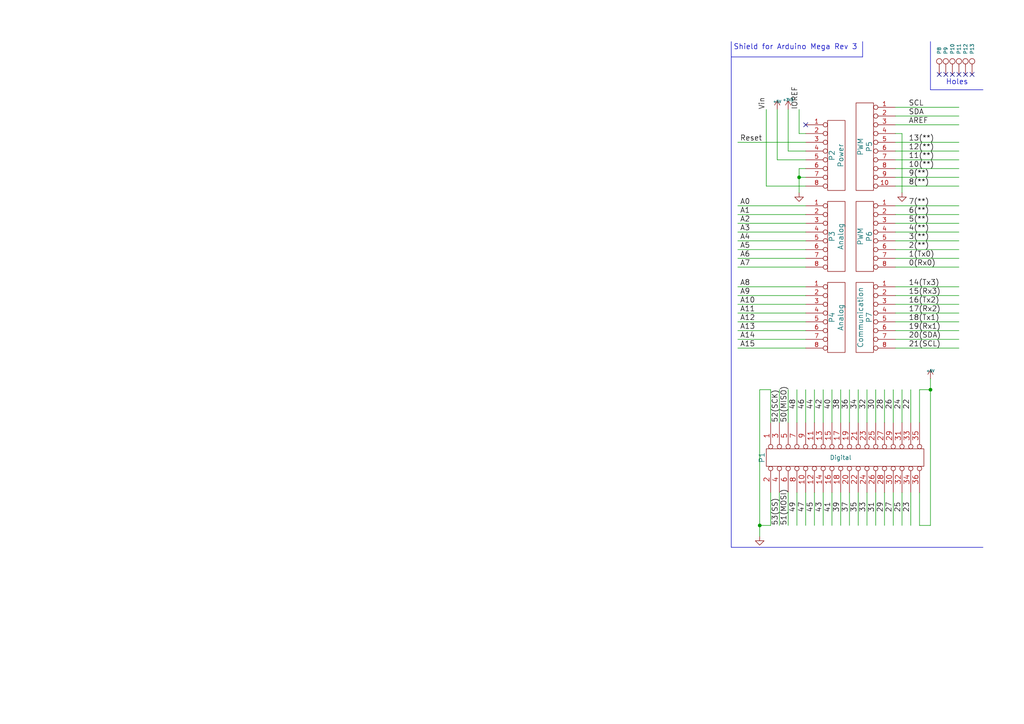
<source format=kicad_sch>
(kicad_sch (version 20230121) (generator eeschema)
  (paper "A4")
  (title_block (date "mar. 31 mars 2015"))
  (lib_symbols
    (symbol "Arduino_Mega-rescue:+3.3V" (power) (pin_names (offset 0))
      (property "Value" "+3.3V" (at 0 3.556 0))
      (symbol "+3.3V_0_1"
        (polyline (pts (xy -0.762 1.27) (xy 0 2.54)))
        (polyline (pts (xy 0 0) (xy 0 2.54)))
        (polyline (pts (xy 0 2.54) (xy 0.762 1.27)))
      )
      (symbol "+3.3V_1_1"
        (pin power_in line (at 0 0 90) (length 0) hide (name "+3V3") (number "1"))
      )
    )
    (symbol "Arduino_Mega-rescue:+5V" (power) (pin_names (offset 0))
      (property "Value" "+5V" (at 0 3.556 0))
      (symbol "+5V_0_1"
        (polyline (pts (xy -0.762 1.27) (xy 0 2.54)))
        (polyline (pts (xy 0 0) (xy 0 2.54)))
        (polyline (pts (xy 0 2.54) (xy 0.762 1.27)))
      )
      (symbol "+5V_1_1"
        (pin power_in line (at 0 0 90) (length 0) hide (name "+5V") (number "1"))
      )
    )
    (symbol "Arduino_Mega-rescue:CONN_1" (pin_numbers hide) (pin_names (offset 0.762) hide)
      (property "Reference" "P" (at 2.032 0 0))
      (symbol "CONN_1_0_1"
        (polyline (pts (xy -0.762 0) (xy -1.27 0)))
        (circle (center 0 0) (radius 0.7874))
      )
      (symbol "CONN_1_1_1"
        (pin passive line (at -3.81 0 0) (length 2.54) (name "1") (number "1"))
      )
    )
    (symbol "Arduino_Mega-rescue:CONN_10" (pin_names (offset 1.016) hide)
      (property "Reference" "P" (at -1.27 0 90))
      (property "Value" "CONN_10" (at 1.27 0 90))
      (symbol "CONN_10_0_1"
        (rectangle (start -2.54 12.7) (end 2.54 -12.7))
      )
      (symbol "CONN_10_1_1"
        (pin passive inverted (at -8.89 11.43 0) (length 6.35) (name "P1") (number "1"))
        (pin passive inverted (at -8.89 -11.43 0) (length 6.35) (name "P10") (number "10"))
        (pin passive inverted (at -8.89 8.89 0) (length 6.35) (name "P2") (number "2"))
        (pin passive inverted (at -8.89 6.35 0) (length 6.35) (name "P3") (number "3"))
        (pin passive inverted (at -8.89 3.81 0) (length 6.35) (name "P4") (number "4"))
        (pin passive inverted (at -8.89 1.27 0) (length 6.35) (name "P5") (number "5"))
        (pin passive inverted (at -8.89 -1.27 0) (length 6.35) (name "P6") (number "6"))
        (pin passive inverted (at -8.89 -3.81 0) (length 6.35) (name "P7") (number "7"))
        (pin passive inverted (at -8.89 -6.35 0) (length 6.35) (name "P8") (number "8"))
        (pin passive inverted (at -8.89 -8.89 0) (length 6.35) (name "P9") (number "9"))
      )
    )
    (symbol "Arduino_Mega-rescue:CONN_18X2" (pin_names (offset 0.254) hide)
      (property "Reference" "P" (at 0 22.86 0))
      (property "Value" "CONN_18X2" (at 0 0 90))
      (symbol "CONN_18X2_0_1"
        (rectangle (start -2.54 21.59) (end 2.54 -24.13))
      )
      (symbol "CONN_18X2_1_1"
        (pin passive inverted (at -10.16 20.32 0) (length 7.62) (name "P1") (number "1"))
        (pin passive inverted (at 10.16 10.16 180) (length 7.62) (name "P10") (number "10"))
        (pin passive inverted (at -10.16 7.62 0) (length 7.62) (name "P11") (number "11"))
        (pin passive inverted (at 10.16 7.62 180) (length 7.62) (name "P12") (number "12"))
        (pin passive inverted (at -10.16 5.08 0) (length 7.62) (name "P13") (number "13"))
        (pin passive inverted (at 10.16 5.08 180) (length 7.62) (name "P14") (number "14"))
        (pin passive inverted (at -10.16 2.54 0) (length 7.62) (name "P15") (number "15"))
        (pin passive inverted (at 10.16 2.54 180) (length 7.62) (name "P16") (number "16"))
        (pin passive inverted (at -10.16 0 0) (length 7.62) (name "P17") (number "17"))
        (pin passive inverted (at 10.16 0 180) (length 7.62) (name "P18") (number "18"))
        (pin passive inverted (at -10.16 -2.54 0) (length 7.62) (name "P19") (number "19"))
        (pin passive inverted (at 10.16 20.32 180) (length 7.62) (name "P2") (number "2"))
        (pin passive inverted (at 10.16 -2.54 180) (length 7.62) (name "P20") (number "20"))
        (pin passive inverted (at -10.16 -5.08 0) (length 7.62) (name "P21") (number "21"))
        (pin passive inverted (at 10.16 -5.08 180) (length 7.62) (name "P22") (number "22"))
        (pin passive inverted (at -10.16 -7.62 0) (length 7.62) (name "P23") (number "23"))
        (pin passive inverted (at 10.16 -7.62 180) (length 7.62) (name "P24") (number "24"))
        (pin passive inverted (at -10.16 -10.16 0) (length 7.62) (name "~") (number "25"))
        (pin passive inverted (at 10.16 -10.16 180) (length 7.62) (name "P26") (number "26"))
        (pin passive inverted (at -10.16 -12.7 0) (length 7.62) (name "P27") (number "27"))
        (pin passive inverted (at 10.16 -12.7 180) (length 7.62) (name "P28") (number "28"))
        (pin passive inverted (at -10.16 -15.24 0) (length 7.62) (name "P29") (number "29"))
        (pin passive inverted (at -10.16 17.78 0) (length 7.62) (name "P3") (number "3"))
        (pin passive inverted (at 10.16 -15.24 180) (length 7.62) (name "P30") (number "30"))
        (pin passive inverted (at -10.16 -17.78 0) (length 7.62) (name "P31") (number "31"))
        (pin passive inverted (at 10.16 -17.78 180) (length 7.62) (name "P32") (number "32"))
        (pin passive inverted (at -10.16 -20.32 0) (length 7.62) (name "P33") (number "33"))
        (pin passive inverted (at 10.16 -20.32 180) (length 7.62) (name "P34") (number "34"))
        (pin passive inverted (at -10.16 -22.86 0) (length 7.62) (name "P35") (number "35"))
        (pin passive inverted (at 10.16 -22.86 180) (length 7.62) (name "P36") (number "36"))
        (pin passive inverted (at 10.16 17.78 180) (length 7.62) (name "P4") (number "4"))
        (pin passive inverted (at -10.16 15.24 0) (length 7.62) (name "P5") (number "5"))
        (pin passive inverted (at 10.16 15.24 180) (length 7.62) (name "P6") (number "6"))
        (pin passive inverted (at -10.16 12.7 0) (length 7.62) (name "P7") (number "7"))
        (pin passive inverted (at 10.16 12.7 180) (length 7.62) (name "P8") (number "8"))
        (pin passive inverted (at -10.16 10.16 0) (length 7.62) (name "P9") (number "9"))
      )
    )
    (symbol "Arduino_Mega-rescue:CONN_8" (pin_names (offset 1.016) hide)
      (property "Reference" "P" (at -1.27 0 90))
      (property "Value" "CONN_8" (at 1.27 0 90))
      (symbol "CONN_8_0_1"
        (rectangle (start -2.54 10.16) (end 2.54 -10.16))
      )
      (symbol "CONN_8_1_1"
        (pin passive inverted (at -8.89 8.89 0) (length 6.35) (name "P1") (number "1"))
        (pin passive inverted (at -8.89 6.35 0) (length 6.35) (name "P2") (number "2"))
        (pin passive inverted (at -8.89 3.81 0) (length 6.35) (name "P3") (number "3"))
        (pin passive inverted (at -8.89 1.27 0) (length 6.35) (name "P4") (number "4"))
        (pin passive inverted (at -8.89 -1.27 0) (length 6.35) (name "P5") (number "5"))
        (pin passive inverted (at -8.89 -3.81 0) (length 6.35) (name "P6") (number "6"))
        (pin passive inverted (at -8.89 -6.35 0) (length 6.35) (name "P7") (number "7"))
        (pin passive inverted (at -8.89 -8.89 0) (length 6.35) (name "P8") (number "8"))
      )
    )
    (symbol "Arduino_Mega-rescue:GND" (power) (pin_names (offset 0))
      (property "Value" "GND" (at 0 -3.81 0))
      (symbol "GND_0_1"
        (polyline (pts (xy 0 0) (xy 0 -1.27) (xy 1.27 -1.27) (xy 0 -2.54) (xy -1.27 -1.27) (xy 0 -1.27)))
      )
      (symbol "GND_1_1"
        (pin power_in line (at 0 0 270) (length 0) hide (name "GND") (number "1"))
      )
    )
  )
  (junction (at 231.775 51.435))
  (junction (at 220.345 152.4))
  (junction (at 269.875 113.03))
  (no_connect (at 281.94 21.59))
  (no_connect (at 272.415 21.59))
  (no_connect (at 278.13 21.59))
  (no_connect (at 233.68 36.195))
  (no_connect (at 274.32 21.59))
  (no_connect (at 280.035 21.59))
  (no_connect (at 276.225 21.59))
  (wire (pts (xy 248.92 142.875) (xy 248.92 152.4)))
  (wire (pts (xy 259.715 62.23) (xy 278.13 62.23)))
  (wire (pts (xy 238.76 113.03) (xy 238.76 122.555)))
  (wire (pts (xy 259.715 98.425) (xy 278.13 98.425)))
  (wire (pts (xy 251.46 142.875) (xy 251.46 152.4)))
  (wire (pts (xy 231.775 55.88) (xy 231.775 51.435)))
  (wire (pts (xy 231.775 51.435) (xy 233.68 51.435)))
  (wire (pts (xy 259.715 100.965) (xy 278.13 100.965)))
  (wire (pts (xy 222.25 53.975) (xy 233.68 53.975)))
  (wire (pts (xy 233.68 77.47) (xy 213.995 77.47)))
  (wire (pts (xy 259.715 85.725) (xy 278.13 85.725)))
  (wire (pts (xy 266.7 122.555) (xy 266.7 113.03)))
  (wire (pts (xy 256.54 142.875) (xy 256.54 152.4)))
  (wire (pts (xy 259.715 93.345) (xy 278.13 93.345)))
  (wire (pts (xy 233.68 95.885) (xy 213.995 95.885)))
  (wire (pts (xy 259.715 88.265) (xy 278.13 88.265)))
  (wire (pts (xy 266.7 113.03) (xy 269.875 113.03)))
  (wire (pts (xy 243.84 113.03) (xy 243.84 122.555)))
  (wire (pts (xy 236.22 142.875) (xy 236.22 152.4)))
  (wire (pts (xy 259.715 90.805) (xy 278.13 90.805)))
  (wire (pts (xy 220.345 113.03) (xy 220.345 152.4)))
  (wire (pts (xy 261.62 55.88) (xy 261.62 38.735)))
  (wire (pts (xy 241.3 113.03) (xy 241.3 122.555)))
  (wire (pts (xy 269.875 113.03) (xy 269.875 109.855)))
  (wire (pts (xy 233.68 98.425) (xy 213.995 98.425)))
  (wire (pts (xy 259.08 113.03) (xy 259.08 122.555)))
  (wire (pts (xy 259.715 46.355) (xy 278.13 46.355)))
  (wire (pts (xy 233.68 72.39) (xy 213.995 72.39)))
  (polyline (pts (xy 250.19 16.51) (xy 250.19 12.065)))
  (wire (pts (xy 254 113.03) (xy 254 122.555)))
  (wire (pts (xy 261.62 142.875) (xy 261.62 152.4)))
  (wire (pts (xy 251.46 113.03) (xy 251.46 122.555)))
  (wire (pts (xy 256.54 113.03) (xy 256.54 122.555)))
  (wire (pts (xy 259.715 77.47) (xy 278.13 77.47)))
  (wire (pts (xy 233.68 83.185) (xy 213.995 83.185)))
  (wire (pts (xy 231.14 113.03) (xy 231.14 122.555)))
  (wire (pts (xy 231.775 38.735) (xy 231.775 31.75)))
  (wire (pts (xy 222.25 31.75) (xy 222.25 53.975)))
  (wire (pts (xy 231.775 51.435) (xy 231.775 48.895)))
  (wire (pts (xy 266.7 142.875) (xy 266.7 152.4)))
  (wire (pts (xy 228.6 142.875) (xy 228.6 152.4)))
  (wire (pts (xy 259.715 74.93) (xy 278.13 74.93)))
  (polyline (pts (xy 212.09 16.51) (xy 250.19 16.51)))
  (wire (pts (xy 220.345 152.4) (xy 220.345 155.575)))
  (wire (pts (xy 259.715 83.185) (xy 278.13 83.185)))
  (wire (pts (xy 233.68 85.725) (xy 213.995 85.725)))
  (wire (pts (xy 233.68 64.77) (xy 213.995 64.77)))
  (wire (pts (xy 226.06 113.03) (xy 226.06 122.555)))
  (wire (pts (xy 264.16 113.03) (xy 264.16 122.555)))
  (wire (pts (xy 225.425 46.355) (xy 233.68 46.355)))
  (wire (pts (xy 241.3 142.875) (xy 241.3 152.4)))
  (wire (pts (xy 259.715 69.85) (xy 278.13 69.85)))
  (wire (pts (xy 259.715 64.77) (xy 278.13 64.77)))
  (wire (pts (xy 233.68 41.275) (xy 213.995 41.275)))
  (wire (pts (xy 259.715 43.815) (xy 278.13 43.815)))
  (wire (pts (xy 259.715 53.975) (xy 278.13 53.975)))
  (wire (pts (xy 248.92 113.03) (xy 248.92 122.555)))
  (wire (pts (xy 233.68 69.85) (xy 213.995 69.85)))
  (wire (pts (xy 228.6 113.03) (xy 228.6 122.555)))
  (wire (pts (xy 233.68 93.345) (xy 213.995 93.345)))
  (wire (pts (xy 259.715 72.39) (xy 278.13 72.39)))
  (wire (pts (xy 261.62 38.735) (xy 259.715 38.735)))
  (wire (pts (xy 259.715 36.195) (xy 278.13 36.195)))
  (wire (pts (xy 261.62 113.03) (xy 261.62 122.555)))
  (wire (pts (xy 233.68 62.23) (xy 213.995 62.23)))
  (wire (pts (xy 233.68 90.805) (xy 213.995 90.805)))
  (wire (pts (xy 259.715 33.655) (xy 278.13 33.655)))
  (wire (pts (xy 233.68 88.265) (xy 213.995 88.265)))
  (wire (pts (xy 223.52 122.555) (xy 223.52 113.03)))
  (polyline (pts (xy 285.115 26.035) (xy 269.875 26.035)))
  (wire (pts (xy 259.715 59.69) (xy 278.13 59.69)))
  (wire (pts (xy 228.6 43.815) (xy 228.6 31.75)))
  (polyline (pts (xy 285.115 158.75) (xy 212.09 158.75)))
  (wire (pts (xy 264.16 142.875) (xy 264.16 152.4)))
  (wire (pts (xy 233.68 74.93) (xy 213.995 74.93)))
  (wire (pts (xy 246.38 113.03) (xy 246.38 122.555)))
  (wire (pts (xy 233.68 142.875) (xy 233.68 152.4)))
  (wire (pts (xy 226.06 142.875) (xy 226.06 152.4)))
  (wire (pts (xy 243.84 142.875) (xy 243.84 152.4)))
  (wire (pts (xy 233.68 113.03) (xy 233.68 122.555)))
  (wire (pts (xy 238.76 142.875) (xy 238.76 152.4)))
  (wire (pts (xy 259.715 95.885) (xy 278.13 95.885)))
  (wire (pts (xy 233.68 43.815) (xy 228.6 43.815)))
  (wire (pts (xy 233.68 67.31) (xy 213.995 67.31)))
  (wire (pts (xy 225.425 31.75) (xy 225.425 46.355)))
  (wire (pts (xy 233.68 59.69) (xy 213.995 59.69)))
  (wire (pts (xy 259.715 51.435) (xy 278.13 51.435)))
  (wire (pts (xy 259.715 48.895) (xy 278.13 48.895)))
  (wire (pts (xy 236.22 113.03) (xy 236.22 122.555)))
  (wire (pts (xy 259.715 67.31) (xy 278.13 67.31)))
  (wire (pts (xy 223.52 142.875) (xy 223.52 152.4)))
  (polyline (pts (xy 269.875 26.035) (xy 269.875 12.065)))
  (wire (pts (xy 254 142.875) (xy 254 152.4)))
  (wire (pts (xy 223.52 113.03) (xy 220.345 113.03)))
  (wire (pts (xy 231.14 142.875) (xy 231.14 152.4)))
  (wire (pts (xy 231.775 48.895) (xy 233.68 48.895)))
  (wire (pts (xy 259.715 41.275) (xy 278.13 41.275)))
  (wire (pts (xy 233.68 38.735) (xy 231.775 38.735)))
  (wire (pts (xy 246.38 142.875) (xy 246.38 152.4)))
  (wire (pts (xy 259.08 142.875) (xy 259.08 152.4)))
  (wire (pts (xy 259.715 31.115) (xy 278.13 31.115)))
  (wire (pts (xy 266.7 152.4) (xy 269.875 152.4)))
  (wire (pts (xy 223.52 152.4) (xy 220.345 152.4)))
  (wire (pts (xy 269.875 152.4) (xy 269.875 113.03)))
  (polyline (pts (xy 212.09 158.75) (xy 212.09 12.065)))
  (wire (pts (xy 233.68 100.965) (xy 213.995 100.965)))
  (text "Holes" (at 274.32 24.765 0) (effects (font (size 1.524 1.524)) (justify left bottom)))
  (text "Shield for Arduino Mega Rev 3" (at 212.725 14.605 0) (effects (font (size 1.524 1.524)) (justify left bottom)))
  (label "25" (at 261.62 148.59 90) (effects (font (size 1.524 1.524))))
  (label "A15" (at 214.63 100.965 0) (effects (font (size 1.524 1.524))))
  (label "10(**)" (at 263.525 48.895 0) (effects (font (size 1.524 1.524))))
  (label "14(Tx3)" (at 263.525 83.185 0) (effects (font (size 1.524 1.524))))
  (label "26" (at 259.08 118.745 90) (effects (font (size 1.524 1.524))))
  (label "A5" (at 214.63 72.39 0) (effects (font (size 1.524 1.524))))
  (label "A13" (at 214.63 95.885 0) (effects (font (size 1.524 1.524))))
  (label "A11" (at 214.63 90.805 0) (effects (font (size 1.524 1.524))))
  (label "42" (at 238.76 118.745 90) (effects (font (size 1.524 1.524))))
  (label "23" (at 264.16 148.59 90) (effects (font (size 1.524 1.524))))
  (label "44" (at 236.22 118.745 90) (effects (font (size 1.524 1.524))))
  (label "45" (at 236.22 148.59 90) (effects (font (size 1.524 1.524))))
  (label "33" (at 251.46 148.59 90) (effects (font (size 1.524 1.524))))
  (label "46" (at 233.68 118.745 90) (effects (font (size 1.524 1.524))))
  (label "6(**)" (at 263.525 62.23 0) (effects (font (size 1.524 1.524))))
  (label "AREF" (at 263.525 36.195 0) (effects (font (size 1.524 1.524))))
  (label "27" (at 259.08 148.59 90) (effects (font (size 1.524 1.524))))
  (label "19(Rx1)" (at 263.525 95.885 0) (effects (font (size 1.524 1.524))))
  (label "32" (at 251.46 118.745 90) (effects (font (size 1.524 1.524))))
  (label "52(SCK)" (at 226.06 122.555 90) (effects (font (size 1.524 1.524))))
  (label "35" (at 248.92 148.59 90) (effects (font (size 1.524 1.524))))
  (label "40" (at 241.3 118.745 90) (effects (font (size 1.524 1.524))))
  (label "A10" (at 214.63 88.265 0) (effects (font (size 1.524 1.524))))
  (label "15(Rx3)" (at 263.525 85.725 0) (effects (font (size 1.524 1.524))))
  (label "A4" (at 214.63 69.85 0) (effects (font (size 1.524 1.524))))
  (label "28" (at 256.54 118.745 90) (effects (font (size 1.524 1.524))))
  (label "A3" (at 214.63 67.31 0) (effects (font (size 1.524 1.524))))
  (label "A8" (at 214.63 83.185 0) (effects (font (size 1.524 1.524))))
  (label "21(SCL)" (at 263.525 100.965 0) (effects (font (size 1.524 1.524))))
  (label "IOREF" (at 231.775 31.75 90) (effects (font (size 1.524 1.524))))
  (label "48" (at 231.14 118.745 90) (effects (font (size 1.524 1.524))))
  (label "24" (at 261.62 118.745 90) (effects (font (size 1.524 1.524))))
  (label "A12" (at 214.63 93.345 0) (effects (font (size 1.524 1.524))))
  (label "39" (at 243.84 148.59 90) (effects (font (size 1.524 1.524))))
  (label "16(Tx2)" (at 263.525 88.265 0) (effects (font (size 1.524 1.524))))
  (label "29" (at 256.54 148.59 90) (effects (font (size 1.524 1.524))))
  (label "37" (at 246.38 148.59 90) (effects (font (size 1.524 1.524))))
  (label "SDA" (at 263.525 33.655 0) (effects (font (size 1.524 1.524))))
  (label "41" (at 241.3 148.59 90) (effects (font (size 1.524 1.524))))
  (label "38" (at 243.84 118.745 90) (effects (font (size 1.524 1.524))))
  (label "13(**)" (at 263.525 41.275 0) (effects (font (size 1.524 1.524))))
  (label "50(MISO)" (at 228.6 122.555 90) (effects (font (size 1.524 1.524))))
  (label "30" (at 254 118.745 90) (effects (font (size 1.524 1.524))))
  (label "9(**)" (at 263.525 51.435 0) (effects (font (size 1.524 1.524))))
  (label "4(**)" (at 263.525 67.31 0) (effects (font (size 1.524 1.524))))
  (label "A6" (at 214.63 74.93 0) (effects (font (size 1.524 1.524))))
  (label "A14" (at 214.63 98.425 0) (effects (font (size 1.524 1.524))))
  (label "7(**)" (at 263.525 59.69 0) (effects (font (size 1.524 1.524))))
  (label "31" (at 254 148.59 90) (effects (font (size 1.524 1.524))))
  (label "51(MOSI)" (at 228.6 152.4 90) (effects (font (size 1.524 1.524))))
  (label "43" (at 238.76 148.59 90) (effects (font (size 1.524 1.524))))
  (label "18(Tx1)" (at 263.525 93.345 0) (effects (font (size 1.524 1.524))))
  (label "Reset" (at 214.63 41.275 0) (effects (font (size 1.524 1.524))))
  (label "8(**)" (at 263.525 53.975 0) (effects (font (size 1.524 1.524))))
  (label "3(**)" (at 263.525 69.85 0) (effects (font (size 1.524 1.524))))
  (label "SCL" (at 263.525 31.115 0) (effects (font (size 1.524 1.524))))
  (label "A7" (at 214.63 77.47 0) (effects (font (size 1.524 1.524))))
  (label "0(Rx0)" (at 263.525 77.47 0) (effects (font (size 1.524 1.524))))
  (label "A9" (at 214.63 85.725 0) (effects (font (size 1.524 1.524))))
  (label "17(Rx2)" (at 263.525 90.805 0) (effects (font (size 1.524 1.524))))
  (label "Vin" (at 222.25 31.75 90) (effects (font (size 1.524 1.524))))
  (label "12(**)" (at 263.525 43.815 0) (effects (font (size 1.524 1.524))))
  (label "A0" (at 214.63 59.69 0) (effects (font (size 1.524 1.524))))
  (label "A2" (at 214.63 64.77 0) (effects (font (size 1.524 1.524))))
  (label "11(**)" (at 263.525 46.355 0) (effects (font (size 1.524 1.524))))
  (label "53(SS)" (at 226.06 152.4 90) (effects (font (size 1.524 1.524))))
  (label "2(**)" (at 263.525 72.39 0) (effects (font (size 1.524 1.524))))
  (label "5(**)" (at 263.525 64.77 0) (effects (font (size 1.524 1.524))))
  (label "36" (at 246.38 118.745 90) (effects (font (size 1.524 1.524))))
  (label "34" (at 248.92 118.745 90) (effects (font (size 1.524 1.524))))
  (label "47" (at 233.68 148.59 90) (effects (font (size 1.524 1.524))))
  (label "20(SDA)" (at 263.525 98.425 0) (effects (font (size 1.524 1.524))))
  (label "49" (at 231.14 148.59 90) (effects (font (size 1.524 1.524))))
  (label "22" (at 264.16 118.745 90) (effects (font (size 1.524 1.524))))
  (label "A1" (at 214.63 62.23 0) (effects (font (size 1.524 1.524))))
  (label "1(Tx0)" (at 263.525 74.93 0) (effects (font (size 1.524 1.524))))
  (symbol (lib_id "Arduino_Mega-rescue:CONN_8") (at 242.57 45.085 0) (unit 1)
    (property "Reference" "P2" (at 241.3 45.085 90) (effects (font (size 1.524 1.524))))
    (property "Value" "Power" (at 243.84 45.085 90) (effects (font (size 1.524 1.524))))
    (property "Footprint" "Socket_Arduino_Mega:Socket_Strip_Arduino_1x08" (effects hide))
  )
  (symbol (lib_id "Arduino_Mega-rescue:CONN_8") (at 242.57 68.58 0) (unit 1)
    (property "Reference" "P3" (at 241.3 68.58 90) (effects (font (size 1.524 1.524))))
    (property "Value" "Analog" (at 243.84 68.58 90) (effects (font (size 1.524 1.524))))
    (property "Footprint" "Socket_Arduino_Mega:Socket_Strip_Arduino_1x08" (effects hide))
  )
  (symbol (lib_id "Arduino_Mega-rescue:CONN_8") (at 242.57 92.075 0) (unit 1)
    (property "Reference" "P4" (at 241.3 92.075 90) (effects (font (size 1.524 1.524))))
    (property "Value" "Analog" (at 243.84 92.075 90) (effects (font (size 1.524 1.524))))
    (property "Footprint" "Socket_Arduino_Mega:Socket_Strip_Arduino_1x08" (effects hide))
  )
  (symbol (lib_id "Arduino_Mega-rescue:CONN_8") (at 250.825 68.58 0) (mirror y) (unit 1)
    (property "Reference" "P6" (at 252.095 68.58 90) (effects (font (size 1.524 1.524))))
    (property "Value" "PWM" (at 249.555 68.58 90) (effects (font (size 1.524 1.524))))
    (property "Footprint" "Socket_Arduino_Mega:Socket_Strip_Arduino_1x08" (effects hide))
  )
  (symbol (lib_id "Arduino_Mega-rescue:CONN_8") (at 250.825 92.075 0) (mirror y) (unit 1)
    (property "Reference" "P7" (at 252.095 92.075 90) (effects (font (size 1.524 1.524))))
    (property "Value" "Communication" (at 249.555 92.075 90) (effects (font (size 1.524 1.524))))
    (property "Footprint" "Socket_Arduino_Mega:Socket_Strip_Arduino_1x08" (effects hide))
  )
  (symbol (lib_id "Arduino_Mega-rescue:CONN_10") (at 250.825 42.545 0) (mirror y) (unit 1)
    (property "Reference" "P5" (at 252.095 42.545 90) (effects (font (size 1.524 1.524))))
    (property "Value" "PWM" (at 249.555 42.545 90) (effects (font (size 1.524 1.524))))
    (property "Footprint" "Socket_Arduino_Mega:Socket_Strip_Arduino_1x10" (effects hide))
  )
  (symbol (lib_id "Arduino_Mega-rescue:CONN_18X2") (at 243.84 132.715 90) (mirror x) (unit 1)
    (property "Reference" "P1" (at 220.98 132.715 0) (effects (font (size 1.524 1.524))))
    (property "Value" "Digital" (at 243.84 132.715 90))
    (property "Footprint" "Socket_Arduino_Mega:Socket_Strip_Arduino_2x18" (effects hide))
  )
  (symbol (lib_id "Arduino_Mega-rescue:GND") (at 231.775 55.88 0) (unit 1)
    (property "Reference" "#PWR01" (effects hide))
    (property "Value" "GND" (effects hide))
  )
  (symbol (lib_id "Arduino_Mega-rescue:+5V") (at 225.425 31.75 0) (unit 1)
    (property "Reference" "#PWR02" (effects hide))
    (property "Value" "+5V" (at 225.425 29.464 0) (effects (font (size 0.762 0.762))))
  )
  (symbol (lib_id "Arduino_Mega-rescue:+3.3V") (at 228.6 31.75 0) (unit 1)
    (property "Reference" "#PWR03" (effects hide))
    (property "Value" "+3.3V" (at 228.6 28.956 0) (effects (font (size 0.762 0.762))))
  )
  (symbol (lib_id "Arduino_Mega-rescue:GND") (at 261.62 55.88 0) (unit 1)
    (property "Reference" "#PWR04" (effects hide))
    (property "Value" "GND" (effects hide))
  )
  (symbol (lib_id "Arduino_Mega-rescue:GND") (at 220.345 155.575 0) (unit 1)
    (property "Reference" "#PWR05" (effects hide))
    (property "Value" "GND" (effects hide))
  )
  (symbol (lib_id "Arduino_Mega-rescue:+5V") (at 269.875 109.855 0) (unit 1)
    (property "Reference" "#PWR06" (effects hide))
    (property "Value" "+5V" (at 269.875 107.569 0) (effects (font (size 0.762 0.762))))
  )
  (symbol (lib_id "Arduino_Mega-rescue:CONN_1") (at 272.415 17.78 90) (unit 1)
    (property "Reference" "P8" (at 272.415 15.748 0) (effects (font (size 1.016 1.016)) (justify left)))
    (property "Value" "CONN_1" (effects hide))
    (property "Footprint" "Socket_Arduino_Mega:Arduino_1pin" (effects hide))
  )
  (symbol (lib_id "Arduino_Mega-rescue:CONN_1") (at 274.32 17.78 90) (unit 1)
    (property "Reference" "P9" (at 274.32 15.748 0) (effects (font (size 1.016 1.016)) (justify left)))
    (property "Value" "CONN_1" (effects hide))
    (property "Footprint" "Socket_Arduino_Mega:Arduino_1pin" (effects hide))
  )
  (symbol (lib_id "Arduino_Mega-rescue:CONN_1") (at 276.225 17.78 90) (unit 1)
    (property "Reference" "P10" (at 276.225 15.748 0) (effects (font (size 1.016 1.016)) (justify left)))
    (property "Value" "CONN_1" (effects hide))
    (property "Footprint" "Socket_Arduino_Mega:Arduino_1pin" (effects hide))
  )
  (symbol (lib_id "Arduino_Mega-rescue:CONN_1") (at 278.13 17.78 90) (unit 1)
    (property "Reference" "P11" (at 278.13 15.748 0) (effects (font (size 1.016 1.016)) (justify left)))
    (property "Value" "CONN_1" (effects hide))
    (property "Footprint" "Socket_Arduino_Mega:Arduino_1pin" (effects hide))
  )
  (symbol (lib_id "Arduino_Mega-rescue:CONN_1") (at 280.035 17.78 90) (unit 1)
    (property "Reference" "P12" (at 280.035 15.748 0) (effects (font (size 1.016 1.016)) (justify left)))
    (property "Value" "CONN_1" (effects hide))
    (property "Footprint" "Socket_Arduino_Mega:Arduino_1pin" (effects hide))
  )
  (symbol (lib_id "Arduino_Mega-rescue:CONN_1") (at 281.94 17.78 90) (unit 1)
    (property "Reference" "P13" (at 281.94 15.748 0) (effects (font (size 1.016 1.016)) (justify left)))
    (property "Value" "CONN_1" (effects hide))
    (property "Footprint" "Socket_Arduino_Mega:Arduino_1pin" (effects hide))
  )
)
</source>
